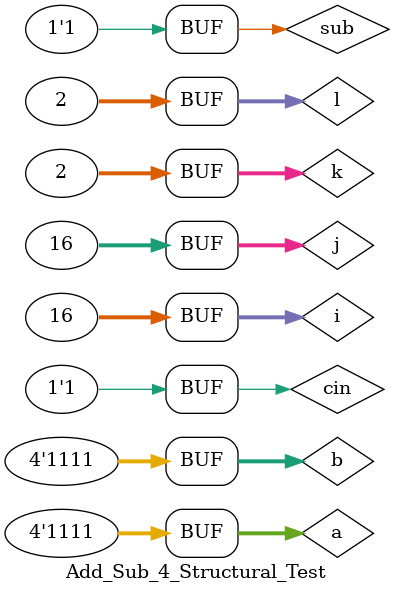
<source format=v>
`timescale 1ns / 1ps


module Add_Sub_4_Structural_Test;

	// Inputs
	reg [3:0] a;
	reg [3:0] b;
	reg cin;
	reg sub;

	// Outputs
	wire [3:0] s;
	wire cout;
	
	integer i, j, k, l;

	// Instantiate the Unit Under Test (UUT)
	Add_Sub_4_Structural uut (
		.a(a), 
		.b(b), 
		.cin(cin), 
		.sub(sub), 
		.s(s), 
		.cout(cout)
	);

	initial begin
		// Initialize Inputs
		a = 4'b0000;
		b = 4'b0000;
		cin = 0;
		sub = 0;
			
			for (i = 0; i < 16; i = i + 1) begin
				for (j = 0; j < 16; j = j + 1) begin
					for (k = 0; k < 2; k  = k + 1) begin
						for ( l = 0; l < 2; l = l + 1 ) begin
							// waits for 10ns each iteration
							// total simulation time is 1000ns by default
							// to make this work we changed the simulation time to 10240ns (10 * 16 * 16 *2 * 2)
							// to change: Right click on Simulate Behavioral Model -> Process Properties -> Simulation Run Time = 10240ns
							#10 {a[3], a[2], a[1], a[0] } = i;
							{b[3], b[2], b[1], b[0] } = j;
							{ cin } = k;
							{ sub } = l;
						end
					end
				end
			end
	end
      
endmodule


</source>
